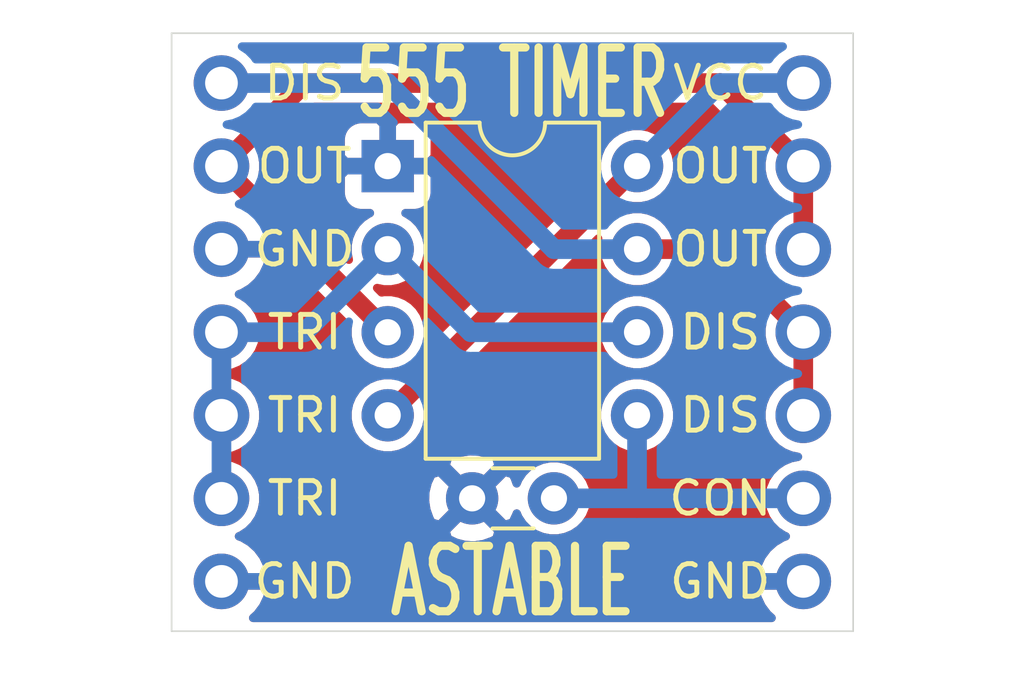
<source format=kicad_pcb>
(kicad_pcb (version 20171130) (host pcbnew "(5.1.5)-3")

  (general
    (thickness 1.6)
    (drawings 20)
    (tracks 23)
    (zones 0)
    (modules 4)
    (nets 7)
  )

  (page A4)
  (layers
    (0 F.Cu signal)
    (31 B.Cu signal)
    (32 B.Adhes user)
    (33 F.Adhes user)
    (34 B.Paste user)
    (35 F.Paste user)
    (36 B.SilkS user)
    (37 F.SilkS user)
    (38 B.Mask user)
    (39 F.Mask user)
    (40 Dwgs.User user)
    (41 Cmts.User user)
    (42 Eco1.User user)
    (43 Eco2.User user)
    (44 Edge.Cuts user)
    (45 Margin user)
    (46 B.CrtYd user)
    (47 F.CrtYd user)
    (48 B.Fab user)
    (49 F.Fab user)
  )

  (setup
    (last_trace_width 0.6)
    (trace_clearance 0.3)
    (zone_clearance 0.254)
    (zone_45_only no)
    (trace_min 0.2)
    (via_size 0.8)
    (via_drill 0.4)
    (via_min_size 0.4)
    (via_min_drill 0.3)
    (uvia_size 0.3)
    (uvia_drill 0.1)
    (uvias_allowed no)
    (uvia_min_size 0.2)
    (uvia_min_drill 0.1)
    (edge_width 0.05)
    (segment_width 0.2)
    (pcb_text_width 0.3)
    (pcb_text_size 1.5 1.5)
    (mod_edge_width 0.12)
    (mod_text_size 1 1)
    (mod_text_width 0.15)
    (pad_size 1.524 1.524)
    (pad_drill 0.762)
    (pad_to_mask_clearance 0.051)
    (solder_mask_min_width 0.25)
    (aux_axis_origin 0 0)
    (visible_elements 7FFFFFFF)
    (pcbplotparams
      (layerselection 0x010fc_ffffffff)
      (usegerberextensions false)
      (usegerberattributes false)
      (usegerberadvancedattributes false)
      (creategerberjobfile false)
      (excludeedgelayer true)
      (linewidth 0.100000)
      (plotframeref false)
      (viasonmask false)
      (mode 1)
      (useauxorigin false)
      (hpglpennumber 1)
      (hpglpenspeed 20)
      (hpglpendiameter 15.000000)
      (psnegative false)
      (psa4output false)
      (plotreference true)
      (plotvalue true)
      (plotinvisibletext false)
      (padsonsilk false)
      (subtractmaskfromsilk false)
      (outputformat 1)
      (mirror false)
      (drillshape 1)
      (scaleselection 1)
      (outputdirectory ""))
  )

  (net 0 "")
  (net 1 GND)
  (net 2 /CON)
  (net 3 /TRI)
  (net 4 /OUT)
  (net 5 /DIS)
  (net 6 VCC)

  (net_class Default "This is the default net class."
    (clearance 0.3)
    (trace_width 0.6)
    (via_dia 0.8)
    (via_drill 0.4)
    (uvia_dia 0.3)
    (uvia_drill 0.1)
    (add_net /CON)
    (add_net /DIS)
    (add_net /OUT)
    (add_net /TRI)
    (add_net GND)
    (add_net VCC)
  )

  (module Connector_PinHeader_2.54mm:PinHeader_1x07_P2.54mm_Vertical (layer B.Cu) (tedit 60F49BE9) (tstamp 60F4ED45)
    (at 111.76 76.2 180)
    (descr "Through hole straight pin header, 1x07, 2.54mm pitch, single row")
    (tags "Through hole pin header THT 1x07 2.54mm single row")
    (path /60F49FA1)
    (fp_text reference J2 (at 0 -7.62 180) (layer B.SilkS) hide
      (effects (font (size 1 1) (thickness 0.15)) (justify mirror))
    )
    (fp_text value Conn_01x07_Male (at 0 -17.78 180) (layer B.Fab)
      (effects (font (size 1 1) (thickness 0.15)) (justify mirror))
    )
    (fp_text user %R (at 0 -7.62 180) (layer B.Fab)
      (effects (font (size 1 1) (thickness 0.15)) (justify mirror))
    )
    (fp_line (start 1.8 1.8) (end -1.8 1.8) (layer B.CrtYd) (width 0.05))
    (fp_line (start 1.8 -17.05) (end 1.8 1.8) (layer B.CrtYd) (width 0.05))
    (fp_line (start -1.8 -17.05) (end 1.8 -17.05) (layer B.CrtYd) (width 0.05))
    (fp_line (start -1.8 1.8) (end -1.8 -17.05) (layer B.CrtYd) (width 0.05))
    (fp_line (start -1.27 0.635) (end -0.635 1.27) (layer B.Fab) (width 0.1))
    (fp_line (start -1.27 -16.51) (end -1.27 0.635) (layer B.Fab) (width 0.1))
    (fp_line (start 1.27 -16.51) (end -1.27 -16.51) (layer B.Fab) (width 0.1))
    (fp_line (start 1.27 1.27) (end 1.27 -16.51) (layer B.Fab) (width 0.1))
    (fp_line (start -0.635 1.27) (end 1.27 1.27) (layer B.Fab) (width 0.1))
    (pad 7 thru_hole oval (at 0 -15.24 180) (size 1.7 1.7) (drill 1) (layers *.Cu *.Mask)
      (net 1 GND))
    (pad 6 thru_hole oval (at 0 -12.7 180) (size 1.7 1.7) (drill 1) (layers *.Cu *.Mask)
      (net 2 /CON))
    (pad 5 thru_hole oval (at 0 -10.16 180) (size 1.7 1.7) (drill 1) (layers *.Cu *.Mask)
      (net 5 /DIS))
    (pad 4 thru_hole oval (at 0 -7.62 180) (size 1.7 1.7) (drill 1) (layers *.Cu *.Mask)
      (net 5 /DIS))
    (pad 3 thru_hole oval (at 0 -5.08 180) (size 1.7 1.7) (drill 1) (layers *.Cu *.Mask)
      (net 4 /OUT))
    (pad 2 thru_hole oval (at 0 -2.54 180) (size 1.7 1.7) (drill 1) (layers *.Cu *.Mask)
      (net 4 /OUT))
    (pad 1 thru_hole circle (at 0 0 180) (size 1.7 1.7) (drill 1) (layers *.Cu *.Mask)
      (net 6 VCC))
    (model ${KISYS3DMOD}/Connector_PinHeader_2.54mm.3dshapes/PinHeader_1x07_P2.54mm_Vertical.wrl
      (at (xyz 0 0 0))
      (scale (xyz 1 1 1))
      (rotate (xyz 0 0 0))
    )
  )

  (module Connector_PinHeader_2.54mm:PinHeader_1x07_P2.54mm_Vertical (layer B.Cu) (tedit 60F49BD4) (tstamp 60F4ED2A)
    (at 93.98 76.2 180)
    (descr "Through hole straight pin header, 1x07, 2.54mm pitch, single row")
    (tags "Through hole pin header THT 1x07 2.54mm single row")
    (path /60F4ADAF)
    (fp_text reference J1 (at 0 -7.62 180) (layer B.SilkS) hide
      (effects (font (size 1 1) (thickness 0.15)) (justify mirror))
    )
    (fp_text value Conn_01x07_Male (at 0 -17.78 180) (layer B.Fab)
      (effects (font (size 1 1) (thickness 0.15)) (justify mirror))
    )
    (fp_text user %R (at 0 -7.62 180) (layer B.Fab)
      (effects (font (size 1 1) (thickness 0.15)) (justify mirror))
    )
    (fp_line (start 1.8 1.8) (end -1.8 1.8) (layer B.CrtYd) (width 0.05))
    (fp_line (start 1.8 -17.05) (end 1.8 1.8) (layer B.CrtYd) (width 0.05))
    (fp_line (start -1.8 -17.05) (end 1.8 -17.05) (layer B.CrtYd) (width 0.05))
    (fp_line (start -1.8 1.8) (end -1.8 -17.05) (layer B.CrtYd) (width 0.05))
    (fp_line (start -1.27 0.635) (end -0.635 1.27) (layer B.Fab) (width 0.1))
    (fp_line (start -1.27 -16.51) (end -1.27 0.635) (layer B.Fab) (width 0.1))
    (fp_line (start 1.27 -16.51) (end -1.27 -16.51) (layer B.Fab) (width 0.1))
    (fp_line (start 1.27 1.27) (end 1.27 -16.51) (layer B.Fab) (width 0.1))
    (fp_line (start -0.635 1.27) (end 1.27 1.27) (layer B.Fab) (width 0.1))
    (pad 7 thru_hole oval (at 0 -15.24 180) (size 1.7 1.7) (drill 1) (layers *.Cu *.Mask)
      (net 1 GND))
    (pad 6 thru_hole oval (at 0 -12.7 180) (size 1.7 1.7) (drill 1) (layers *.Cu *.Mask)
      (net 3 /TRI))
    (pad 5 thru_hole oval (at 0 -10.16 180) (size 1.7 1.7) (drill 1) (layers *.Cu *.Mask)
      (net 3 /TRI))
    (pad 4 thru_hole oval (at 0 -7.62 180) (size 1.7 1.7) (drill 1) (layers *.Cu *.Mask)
      (net 3 /TRI))
    (pad 3 thru_hole oval (at 0 -5.08 180) (size 1.7 1.7) (drill 1) (layers *.Cu *.Mask)
      (net 1 GND))
    (pad 2 thru_hole oval (at 0 -2.54 180) (size 1.7 1.7) (drill 1) (layers *.Cu *.Mask)
      (net 4 /OUT))
    (pad 1 thru_hole circle (at 0 0 180) (size 1.7 1.7) (drill 1) (layers *.Cu *.Mask)
      (net 5 /DIS))
    (model ${KISYS3DMOD}/Connector_PinHeader_2.54mm.3dshapes/PinHeader_1x07_P2.54mm_Vertical.wrl
      (at (xyz 0 0 0))
      (scale (xyz 1 1 1))
      (rotate (xyz 0 0 0))
    )
  )

  (module Capacitor_THT:C_Disc_D3.0mm_W1.6mm_P2.50mm (layer F.Cu) (tedit 60F49869) (tstamp 60F4ED0F)
    (at 104.14 88.9 180)
    (descr "C, Disc series, Radial, pin pitch=2.50mm, , diameter*width=3.0*1.6mm^2, Capacitor, http://www.vishay.com/docs/45233/krseries.pdf")
    (tags "C Disc series Radial pin pitch 2.50mm  diameter 3.0mm width 1.6mm Capacitor")
    (path /60F4977E)
    (fp_text reference C1 (at 1.25 0 180) (layer F.SilkS) hide
      (effects (font (size 1 1) (thickness 0.15)))
    )
    (fp_text value "10 nF" (at 1.25 -2.54 180) (layer F.Fab)
      (effects (font (size 1 1) (thickness 0.15)))
    )
    (fp_text user %R (at 1.25 0 180) (layer F.Fab)
      (effects (font (size 1 1) (thickness 0.15)))
    )
    (fp_line (start 3.55 -1) (end -1.05 -1) (layer F.CrtYd) (width 0.05))
    (fp_line (start 3.55 1) (end 3.55 -1) (layer F.CrtYd) (width 0.05))
    (fp_line (start -1.05 1) (end 3.55 1) (layer F.CrtYd) (width 0.05))
    (fp_line (start -1.05 -1) (end -1.05 1) (layer F.CrtYd) (width 0.05))
    (fp_line (start 0.621 0.92) (end 1.879 0.92) (layer F.SilkS) (width 0.12))
    (fp_line (start 0.621 -0.92) (end 1.879 -0.92) (layer F.SilkS) (width 0.12))
    (fp_line (start 2.75 -0.8) (end -0.25 -0.8) (layer F.Fab) (width 0.1))
    (fp_line (start 2.75 0.8) (end 2.75 -0.8) (layer F.Fab) (width 0.1))
    (fp_line (start -0.25 0.8) (end 2.75 0.8) (layer F.Fab) (width 0.1))
    (fp_line (start -0.25 -0.8) (end -0.25 0.8) (layer F.Fab) (width 0.1))
    (pad 2 thru_hole circle (at 2.5 0 180) (size 1.6 1.6) (drill 0.8) (layers *.Cu *.Mask)
      (net 1 GND))
    (pad 1 thru_hole circle (at 0 0 180) (size 1.6 1.6) (drill 0.8) (layers *.Cu *.Mask)
      (net 2 /CON))
    (model ${KISYS3DMOD}/Capacitor_THT.3dshapes/C_Disc_D3.0mm_W1.6mm_P2.50mm.wrl
      (at (xyz 0 0 0))
      (scale (xyz 1 1 1))
      (rotate (xyz 0 0 0))
    )
  )

  (module Package_DIP:DIP-8_W7.62mm (layer F.Cu) (tedit 5A02E8C5) (tstamp 60F4ED61)
    (at 99.06 78.74)
    (descr "8-lead though-hole mounted DIP package, row spacing 7.62 mm (300 mils)")
    (tags "THT DIP DIL PDIP 2.54mm 7.62mm 300mil")
    (path /60F48E6F)
    (fp_text reference U1 (at 3.81 4.064) (layer F.SilkS) hide
      (effects (font (size 1 1) (thickness 0.15)))
    )
    (fp_text value NE555P (at 3.81 -2.54) (layer F.Fab)
      (effects (font (size 1 1) (thickness 0.15)))
    )
    (fp_text user %R (at 3.81 4.064) (layer F.Fab)
      (effects (font (size 1 1) (thickness 0.15)))
    )
    (fp_line (start 8.7 -1.55) (end -1.1 -1.55) (layer F.CrtYd) (width 0.05))
    (fp_line (start 8.7 9.15) (end 8.7 -1.55) (layer F.CrtYd) (width 0.05))
    (fp_line (start -1.1 9.15) (end 8.7 9.15) (layer F.CrtYd) (width 0.05))
    (fp_line (start -1.1 -1.55) (end -1.1 9.15) (layer F.CrtYd) (width 0.05))
    (fp_line (start 6.46 -1.33) (end 4.81 -1.33) (layer F.SilkS) (width 0.12))
    (fp_line (start 6.46 8.95) (end 6.46 -1.33) (layer F.SilkS) (width 0.12))
    (fp_line (start 1.16 8.95) (end 6.46 8.95) (layer F.SilkS) (width 0.12))
    (fp_line (start 1.16 -1.33) (end 1.16 8.95) (layer F.SilkS) (width 0.12))
    (fp_line (start 2.81 -1.33) (end 1.16 -1.33) (layer F.SilkS) (width 0.12))
    (fp_line (start 0.635 -0.27) (end 1.635 -1.27) (layer F.Fab) (width 0.1))
    (fp_line (start 0.635 8.89) (end 0.635 -0.27) (layer F.Fab) (width 0.1))
    (fp_line (start 6.985 8.89) (end 0.635 8.89) (layer F.Fab) (width 0.1))
    (fp_line (start 6.985 -1.27) (end 6.985 8.89) (layer F.Fab) (width 0.1))
    (fp_line (start 1.635 -1.27) (end 6.985 -1.27) (layer F.Fab) (width 0.1))
    (fp_arc (start 3.81 -1.33) (end 2.81 -1.33) (angle -180) (layer F.SilkS) (width 0.12))
    (pad 8 thru_hole oval (at 7.62 0) (size 1.6 1.6) (drill 0.8) (layers *.Cu *.Mask)
      (net 6 VCC))
    (pad 4 thru_hole oval (at 0 7.62) (size 1.6 1.6) (drill 0.8) (layers *.Cu *.Mask)
      (net 6 VCC))
    (pad 7 thru_hole oval (at 7.62 2.54) (size 1.6 1.6) (drill 0.8) (layers *.Cu *.Mask)
      (net 5 /DIS))
    (pad 3 thru_hole oval (at 0 5.08) (size 1.6 1.6) (drill 0.8) (layers *.Cu *.Mask)
      (net 4 /OUT))
    (pad 6 thru_hole oval (at 7.62 5.08) (size 1.6 1.6) (drill 0.8) (layers *.Cu *.Mask)
      (net 3 /TRI))
    (pad 2 thru_hole oval (at 0 2.54) (size 1.6 1.6) (drill 0.8) (layers *.Cu *.Mask)
      (net 3 /TRI))
    (pad 5 thru_hole oval (at 7.62 7.62) (size 1.6 1.6) (drill 0.8) (layers *.Cu *.Mask)
      (net 2 /CON))
    (pad 1 thru_hole rect (at 0 0) (size 1.6 1.6) (drill 0.8) (layers *.Cu *.Mask)
      (net 1 GND))
    (model ${KISYS3DMOD}/Package_DIP.3dshapes/DIP-8_W7.62mm.wrl
      (at (xyz 0 0 0))
      (scale (xyz 1 1 1))
      (rotate (xyz 0 0 0))
    )
  )

  (gr_text ASTABLE (at 102.87 91.44) (layer F.SilkS) (tstamp 60F4F6B2)
    (effects (font (size 2 1.2) (thickness 0.25)))
  )
  (gr_text "555 TIMER" (at 102.87 76.2) (layer F.SilkS)
    (effects (font (size 2 1.2) (thickness 0.25)))
  )
  (gr_text VCC (at 109.22 76.2) (layer F.SilkS) (tstamp 60F4F526)
    (effects (font (size 1 1) (thickness 0.15)))
  )
  (gr_text CON (at 109.22 88.9) (layer F.SilkS) (tstamp 60F4F523)
    (effects (font (size 1 1) (thickness 0.15)))
  )
  (gr_text TRI (at 96.52 88.9) (layer F.SilkS) (tstamp 60F4F521)
    (effects (font (size 1 1) (thickness 0.15)))
  )
  (gr_text TRI (at 96.52 86.36) (layer F.SilkS) (tstamp 60F4F51F)
    (effects (font (size 1 1) (thickness 0.15)))
  )
  (gr_text TRI (at 96.52 83.82) (layer F.SilkS) (tstamp 60F4F51C)
    (effects (font (size 1 1) (thickness 0.15)))
  )
  (gr_text GND (at 96.52 91.44) (layer F.SilkS) (tstamp 60F4F51A)
    (effects (font (size 1 1) (thickness 0.15)))
  )
  (gr_text GND (at 109.22 91.44) (layer F.SilkS) (tstamp 60F4F518)
    (effects (font (size 1 1) (thickness 0.15)))
  )
  (gr_text GND (at 96.52 81.28) (layer F.SilkS) (tstamp 60F4F515)
    (effects (font (size 1 1) (thickness 0.15)))
  )
  (gr_text OUT (at 109.22 81.28) (layer F.SilkS) (tstamp 60F4F513)
    (effects (font (size 1 1) (thickness 0.15)))
  )
  (gr_text OUT (at 109.22 78.74) (layer F.SilkS) (tstamp 60F4F511)
    (effects (font (size 1 1) (thickness 0.15)))
  )
  (gr_text OUT (at 96.52 78.74) (layer F.SilkS) (tstamp 60F4F50E)
    (effects (font (size 1 1) (thickness 0.15)))
  )
  (gr_text DIS (at 109.22 86.36) (layer F.SilkS) (tstamp 60F4F50C)
    (effects (font (size 1 1) (thickness 0.15)))
  )
  (gr_text DIS (at 109.22 83.82) (layer F.SilkS) (tstamp 60F4F50A)
    (effects (font (size 1 1) (thickness 0.15)))
  )
  (gr_text DIS (at 96.52 76.2) (layer F.SilkS)
    (effects (font (size 1 1) (thickness 0.15)))
  )
  (gr_line (start 92.456 92.964) (end 92.456 74.676) (layer Edge.Cuts) (width 0.05) (tstamp 60F4EF76))
  (gr_line (start 113.284 92.964) (end 92.456 92.964) (layer Edge.Cuts) (width 0.05))
  (gr_line (start 113.284 74.676) (end 113.284 92.964) (layer Edge.Cuts) (width 0.05))
  (gr_line (start 92.456 74.676) (end 113.284 74.676) (layer Edge.Cuts) (width 0.05))

  (segment (start 111.76 88.9) (end 106.68 88.9) (width 0.6) (layer B.Cu) (net 2))
  (segment (start 106.68 86.36) (end 106.68 88.9) (width 0.6) (layer B.Cu) (net 2))
  (segment (start 106.68 88.9) (end 104.14 88.9) (width 0.6) (layer B.Cu) (net 2))
  (segment (start 101.6 83.82) (end 99.06 81.28) (width 0.6) (layer B.Cu) (net 3))
  (segment (start 106.68 83.82) (end 101.6 83.82) (width 0.6) (layer B.Cu) (net 3))
  (segment (start 99.06 81.28) (end 96.52 83.82) (width 0.6) (layer B.Cu) (net 3))
  (segment (start 96.52 83.82) (end 93.98 83.82) (width 0.6) (layer B.Cu) (net 3))
  (segment (start 93.98 83.82) (end 93.98 86.36) (width 0.6) (layer B.Cu) (net 3))
  (segment (start 93.98 86.36) (end 93.98 88.9) (width 0.6) (layer B.Cu) (net 3))
  (segment (start 111.76 81.28) (end 111.76 78.74) (width 0.6) (layer F.Cu) (net 4))
  (segment (start 111.76 78.74) (end 109.22 76.2) (width 0.6) (layer F.Cu) (net 4))
  (segment (start 109.22 76.2) (end 96.52 76.2) (width 0.6) (layer F.Cu) (net 4))
  (segment (start 96.52 76.2) (end 93.98 78.74) (width 0.6) (layer F.Cu) (net 4))
  (segment (start 93.98 78.74) (end 99.06 83.82) (width 0.6) (layer F.Cu) (net 4))
  (segment (start 109.22 81.28) (end 111.76 83.82) (width 0.6) (layer F.Cu) (net 5))
  (segment (start 106.68 81.28) (end 109.22 81.28) (width 0.6) (layer F.Cu) (net 5))
  (segment (start 111.76 83.82) (end 111.76 86.36) (width 0.6) (layer F.Cu) (net 5))
  (segment (start 106.68 81.28) (end 104.14 81.28) (width 0.6) (layer B.Cu) (net 5))
  (segment (start 104.14 81.28) (end 99.06 76.2) (width 0.6) (layer B.Cu) (net 5))
  (segment (start 99.06 76.2) (end 93.98 76.2) (width 0.6) (layer B.Cu) (net 5))
  (segment (start 99.06 86.36) (end 106.68 78.74) (width 0.6) (layer F.Cu) (net 6))
  (segment (start 109.22 76.2) (end 106.68 78.74) (width 0.6) (layer B.Cu) (net 6))
  (segment (start 111.76 76.2) (end 109.22 76.2) (width 0.6) (layer B.Cu) (net 6))

  (zone (net 1) (net_name GND) (layer F.Cu) (tstamp 60F4FFA7) (hatch edge 0.508)
    (connect_pads (clearance 0.254))
    (min_thickness 0.254)
    (fill yes (arc_segments 32) (thermal_gap 0.508) (thermal_bridge_width 0.508))
    (polygon
      (pts
        (xy 114.3 93.98) (xy 91.44 93.98) (xy 91.44 73.66) (xy 114.3 73.66)
      )
    )
    (filled_polygon
      (pts
        (xy 105.453 81.159151) (xy 105.453 81.400849) (xy 105.500153 81.637903) (xy 105.592647 81.861202) (xy 105.726927 82.062167)
        (xy 105.897833 82.233073) (xy 106.098798 82.367353) (xy 106.322097 82.459847) (xy 106.559151 82.507) (xy 106.800849 82.507)
        (xy 107.037903 82.459847) (xy 107.261202 82.367353) (xy 107.462167 82.233073) (xy 107.633073 82.062167) (xy 107.669934 82.007)
        (xy 108.918868 82.007) (xy 110.503422 83.591555) (xy 110.483 83.694226) (xy 110.483 83.945774) (xy 110.532074 84.192487)
        (xy 110.628337 84.424886) (xy 110.768089 84.63404) (xy 110.94596 84.811911) (xy 111.033 84.870069) (xy 111.033001 85.30993)
        (xy 110.94596 85.368089) (xy 110.768089 85.54596) (xy 110.628337 85.755114) (xy 110.532074 85.987513) (xy 110.483 86.234226)
        (xy 110.483 86.485774) (xy 110.532074 86.732487) (xy 110.628337 86.964886) (xy 110.768089 87.17404) (xy 110.94596 87.351911)
        (xy 111.155114 87.491663) (xy 111.387513 87.587926) (xy 111.599034 87.63) (xy 111.387513 87.672074) (xy 111.155114 87.768337)
        (xy 110.94596 87.908089) (xy 110.768089 88.08596) (xy 110.628337 88.295114) (xy 110.532074 88.527513) (xy 110.483 88.774226)
        (xy 110.483 89.025774) (xy 110.532074 89.272487) (xy 110.628337 89.504886) (xy 110.768089 89.71404) (xy 110.94596 89.891911)
        (xy 111.155114 90.031663) (xy 111.226416 90.061197) (xy 111.128748 90.095843) (xy 110.878645 90.244822) (xy 110.662412 90.439731)
        (xy 110.488359 90.67308) (xy 110.363175 90.935901) (xy 110.318524 91.08311) (xy 110.439845 91.313) (xy 111.633 91.313)
        (xy 111.633 91.293) (xy 111.887 91.293) (xy 111.887 91.313) (xy 111.907 91.313) (xy 111.907 91.567)
        (xy 111.887 91.567) (xy 111.887 91.587) (xy 111.633 91.587) (xy 111.633 91.567) (xy 110.439845 91.567)
        (xy 110.318524 91.79689) (xy 110.363175 91.944099) (xy 110.488359 92.20692) (xy 110.662412 92.440269) (xy 110.793023 92.558)
        (xy 94.946977 92.558) (xy 95.077588 92.440269) (xy 95.251641 92.20692) (xy 95.376825 91.944099) (xy 95.421476 91.79689)
        (xy 95.300155 91.567) (xy 94.107 91.567) (xy 94.107 91.587) (xy 93.853 91.587) (xy 93.853 91.567)
        (xy 93.833 91.567) (xy 93.833 91.313) (xy 93.853 91.313) (xy 93.853 91.293) (xy 94.107 91.293)
        (xy 94.107 91.313) (xy 95.300155 91.313) (xy 95.421476 91.08311) (xy 95.376825 90.935901) (xy 95.251641 90.67308)
        (xy 95.077588 90.439731) (xy 94.861355 90.244822) (xy 94.611252 90.095843) (xy 94.513584 90.061197) (xy 94.584886 90.031663)
        (xy 94.792856 89.892702) (xy 100.826903 89.892702) (xy 100.898486 90.136671) (xy 101.153996 90.257571) (xy 101.428184 90.3263)
        (xy 101.710512 90.340217) (xy 101.99013 90.298787) (xy 102.256292 90.203603) (xy 102.381514 90.136671) (xy 102.453097 89.892702)
        (xy 101.64 89.079605) (xy 100.826903 89.892702) (xy 94.792856 89.892702) (xy 94.79404 89.891911) (xy 94.971911 89.71404)
        (xy 95.111663 89.504886) (xy 95.207926 89.272487) (xy 95.257 89.025774) (xy 95.257 88.970512) (xy 100.199783 88.970512)
        (xy 100.241213 89.25013) (xy 100.336397 89.516292) (xy 100.403329 89.641514) (xy 100.647298 89.713097) (xy 101.460395 88.9)
        (xy 101.819605 88.9) (xy 102.632702 89.713097) (xy 102.876671 89.641514) (xy 102.997571 89.386004) (xy 103.003469 89.362476)
        (xy 103.052647 89.481202) (xy 103.186927 89.682167) (xy 103.357833 89.853073) (xy 103.558798 89.987353) (xy 103.782097 90.079847)
        (xy 104.019151 90.127) (xy 104.260849 90.127) (xy 104.497903 90.079847) (xy 104.721202 89.987353) (xy 104.922167 89.853073)
        (xy 105.093073 89.682167) (xy 105.227353 89.481202) (xy 105.319847 89.257903) (xy 105.367 89.020849) (xy 105.367 88.779151)
        (xy 105.319847 88.542097) (xy 105.227353 88.318798) (xy 105.093073 88.117833) (xy 104.922167 87.946927) (xy 104.721202 87.812647)
        (xy 104.497903 87.720153) (xy 104.260849 87.673) (xy 104.019151 87.673) (xy 103.782097 87.720153) (xy 103.558798 87.812647)
        (xy 103.357833 87.946927) (xy 103.186927 88.117833) (xy 103.052647 88.318798) (xy 103.000861 88.443819) (xy 102.943603 88.283708)
        (xy 102.876671 88.158486) (xy 102.632702 88.086903) (xy 101.819605 88.9) (xy 101.460395 88.9) (xy 100.647298 88.086903)
        (xy 100.403329 88.158486) (xy 100.282429 88.413996) (xy 100.2137 88.688184) (xy 100.199783 88.970512) (xy 95.257 88.970512)
        (xy 95.257 88.774226) (xy 95.207926 88.527513) (xy 95.111663 88.295114) (xy 94.971911 88.08596) (xy 94.79404 87.908089)
        (xy 94.792857 87.907298) (xy 100.826903 87.907298) (xy 101.64 88.720395) (xy 102.453097 87.907298) (xy 102.381514 87.663329)
        (xy 102.126004 87.542429) (xy 101.851816 87.4737) (xy 101.569488 87.459783) (xy 101.28987 87.501213) (xy 101.023708 87.596397)
        (xy 100.898486 87.663329) (xy 100.826903 87.907298) (xy 94.792857 87.907298) (xy 94.584886 87.768337) (xy 94.352487 87.672074)
        (xy 94.140966 87.63) (xy 94.352487 87.587926) (xy 94.584886 87.491663) (xy 94.79404 87.351911) (xy 94.971911 87.17404)
        (xy 95.111663 86.964886) (xy 95.207926 86.732487) (xy 95.257 86.485774) (xy 95.257 86.234226) (xy 95.207926 85.987513)
        (xy 95.111663 85.755114) (xy 94.971911 85.54596) (xy 94.79404 85.368089) (xy 94.584886 85.228337) (xy 94.352487 85.132074)
        (xy 94.140966 85.09) (xy 94.352487 85.047926) (xy 94.584886 84.951663) (xy 94.79404 84.811911) (xy 94.971911 84.63404)
        (xy 95.111663 84.424886) (xy 95.207926 84.192487) (xy 95.257 83.945774) (xy 95.257 83.694226) (xy 95.207926 83.447513)
        (xy 95.111663 83.215114) (xy 94.971911 83.00596) (xy 94.79404 82.828089) (xy 94.584886 82.688337) (xy 94.513584 82.658803)
        (xy 94.611252 82.624157) (xy 94.861355 82.475178) (xy 95.077588 82.280269) (xy 95.251641 82.04692) (xy 95.376825 81.784099)
        (xy 95.421476 81.63689) (xy 95.300155 81.407) (xy 94.107 81.407) (xy 94.107 81.427) (xy 93.853 81.427)
        (xy 93.853 81.407) (xy 93.833 81.407) (xy 93.833 81.153) (xy 93.853 81.153) (xy 93.853 81.133)
        (xy 94.107 81.133) (xy 94.107 81.153) (xy 95.300155 81.153) (xy 95.322509 81.110642) (xy 97.845944 83.634078)
        (xy 97.833 83.699151) (xy 97.833 83.940849) (xy 97.880153 84.177903) (xy 97.972647 84.401202) (xy 98.106927 84.602167)
        (xy 98.277833 84.773073) (xy 98.478798 84.907353) (xy 98.702097 84.999847) (xy 98.939151 85.047) (xy 99.180849 85.047)
        (xy 99.385594 85.006274) (xy 99.245924 85.145944) (xy 99.180849 85.133) (xy 98.939151 85.133) (xy 98.702097 85.180153)
        (xy 98.478798 85.272647) (xy 98.277833 85.406927) (xy 98.106927 85.577833) (xy 97.972647 85.778798) (xy 97.880153 86.002097)
        (xy 97.833 86.239151) (xy 97.833 86.480849) (xy 97.880153 86.717903) (xy 97.972647 86.941202) (xy 98.106927 87.142167)
        (xy 98.277833 87.313073) (xy 98.478798 87.447353) (xy 98.702097 87.539847) (xy 98.939151 87.587) (xy 99.180849 87.587)
        (xy 99.417903 87.539847) (xy 99.641202 87.447353) (xy 99.842167 87.313073) (xy 100.013073 87.142167) (xy 100.147353 86.941202)
        (xy 100.239847 86.717903) (xy 100.287 86.480849) (xy 100.287 86.239151) (xy 105.453 86.239151) (xy 105.453 86.480849)
        (xy 105.500153 86.717903) (xy 105.592647 86.941202) (xy 105.726927 87.142167) (xy 105.897833 87.313073) (xy 106.098798 87.447353)
        (xy 106.322097 87.539847) (xy 106.559151 87.587) (xy 106.800849 87.587) (xy 107.037903 87.539847) (xy 107.261202 87.447353)
        (xy 107.462167 87.313073) (xy 107.633073 87.142167) (xy 107.767353 86.941202) (xy 107.859847 86.717903) (xy 107.907 86.480849)
        (xy 107.907 86.239151) (xy 107.859847 86.002097) (xy 107.767353 85.778798) (xy 107.633073 85.577833) (xy 107.462167 85.406927)
        (xy 107.261202 85.272647) (xy 107.037903 85.180153) (xy 106.800849 85.133) (xy 106.559151 85.133) (xy 106.322097 85.180153)
        (xy 106.098798 85.272647) (xy 105.897833 85.406927) (xy 105.726927 85.577833) (xy 105.592647 85.778798) (xy 105.500153 86.002097)
        (xy 105.453 86.239151) (xy 100.287 86.239151) (xy 100.274056 86.174076) (xy 102.748981 83.699151) (xy 105.453 83.699151)
        (xy 105.453 83.940849) (xy 105.500153 84.177903) (xy 105.592647 84.401202) (xy 105.726927 84.602167) (xy 105.897833 84.773073)
        (xy 106.098798 84.907353) (xy 106.322097 84.999847) (xy 106.559151 85.047) (xy 106.800849 85.047) (xy 107.037903 84.999847)
        (xy 107.261202 84.907353) (xy 107.462167 84.773073) (xy 107.633073 84.602167) (xy 107.767353 84.401202) (xy 107.859847 84.177903)
        (xy 107.907 83.940849) (xy 107.907 83.699151) (xy 107.859847 83.462097) (xy 107.767353 83.238798) (xy 107.633073 83.037833)
        (xy 107.462167 82.866927) (xy 107.261202 82.732647) (xy 107.037903 82.640153) (xy 106.800849 82.593) (xy 106.559151 82.593)
        (xy 106.322097 82.640153) (xy 106.098798 82.732647) (xy 105.897833 82.866927) (xy 105.726927 83.037833) (xy 105.592647 83.238798)
        (xy 105.500153 83.462097) (xy 105.453 83.699151) (xy 102.748981 83.699151) (xy 105.493726 80.954407)
      )
    )
    (filled_polygon
      (pts
        (xy 110.503422 78.511555) (xy 110.483 78.614226) (xy 110.483 78.865774) (xy 110.532074 79.112487) (xy 110.628337 79.344886)
        (xy 110.768089 79.55404) (xy 110.94596 79.731911) (xy 111.033001 79.79007) (xy 111.033 80.229931) (xy 110.94596 80.288089)
        (xy 110.768089 80.46596) (xy 110.628337 80.675114) (xy 110.532074 80.907513) (xy 110.483 81.154226) (xy 110.483 81.405774)
        (xy 110.510088 81.541956) (xy 109.759326 80.791194) (xy 109.736554 80.763446) (xy 109.625853 80.672597) (xy 109.499557 80.60509)
        (xy 109.362517 80.56352) (xy 109.255708 80.553) (xy 109.22 80.549483) (xy 109.184292 80.553) (xy 107.669934 80.553)
        (xy 107.633073 80.497833) (xy 107.462167 80.326927) (xy 107.261202 80.192647) (xy 107.037903 80.100153) (xy 106.800849 80.053)
        (xy 106.559151 80.053) (xy 106.354407 80.093726) (xy 106.494077 79.954056) (xy 106.559151 79.967) (xy 106.800849 79.967)
        (xy 107.037903 79.919847) (xy 107.261202 79.827353) (xy 107.462167 79.693073) (xy 107.633073 79.522167) (xy 107.767353 79.321202)
        (xy 107.859847 79.097903) (xy 107.907 78.860849) (xy 107.907 78.619151) (xy 107.859847 78.382097) (xy 107.767353 78.158798)
        (xy 107.633073 77.957833) (xy 107.462167 77.786927) (xy 107.261202 77.652647) (xy 107.037903 77.560153) (xy 106.800849 77.513)
        (xy 106.559151 77.513) (xy 106.322097 77.560153) (xy 106.098798 77.652647) (xy 105.897833 77.786927) (xy 105.726927 77.957833)
        (xy 105.592647 78.158798) (xy 105.500153 78.382097) (xy 105.453 78.619151) (xy 105.453 78.860849) (xy 105.465944 78.925923)
        (xy 100.246274 84.145594) (xy 100.287 83.940849) (xy 100.287 83.699151) (xy 100.239847 83.462097) (xy 100.147353 83.238798)
        (xy 100.013073 83.037833) (xy 99.842167 82.866927) (xy 99.641202 82.732647) (xy 99.417903 82.640153) (xy 99.180849 82.593)
        (xy 98.939151 82.593) (xy 98.874078 82.605944) (xy 98.734408 82.466274) (xy 98.939151 82.507) (xy 99.180849 82.507)
        (xy 99.417903 82.459847) (xy 99.641202 82.367353) (xy 99.842167 82.233073) (xy 100.013073 82.062167) (xy 100.147353 81.861202)
        (xy 100.239847 81.637903) (xy 100.287 81.400849) (xy 100.287 81.159151) (xy 100.239847 80.922097) (xy 100.147353 80.698798)
        (xy 100.013073 80.497833) (xy 99.842167 80.326927) (xy 99.641202 80.192647) (xy 99.602299 80.176533) (xy 99.86 80.178072)
        (xy 99.984482 80.165812) (xy 100.10418 80.129502) (xy 100.214494 80.070537) (xy 100.311185 79.991185) (xy 100.390537 79.894494)
        (xy 100.449502 79.78418) (xy 100.485812 79.664482) (xy 100.498072 79.54) (xy 100.495 79.02575) (xy 100.33625 78.867)
        (xy 99.187 78.867) (xy 99.187 78.887) (xy 98.933 78.887) (xy 98.933 78.867) (xy 97.78375 78.867)
        (xy 97.625 79.02575) (xy 97.621928 79.54) (xy 97.634188 79.664482) (xy 97.670498 79.78418) (xy 97.729463 79.894494)
        (xy 97.808815 79.991185) (xy 97.905506 80.070537) (xy 98.01582 80.129502) (xy 98.135518 80.165812) (xy 98.26 80.178072)
        (xy 98.517701 80.176533) (xy 98.478798 80.192647) (xy 98.277833 80.326927) (xy 98.106927 80.497833) (xy 97.972647 80.698798)
        (xy 97.880153 80.922097) (xy 97.833 81.159151) (xy 97.833 81.400849) (xy 97.873726 81.605593) (xy 95.236578 78.968445)
        (xy 95.257 78.865774) (xy 95.257 78.614226) (xy 95.236578 78.511555) (xy 95.808133 77.94) (xy 97.621928 77.94)
        (xy 97.625 78.45425) (xy 97.78375 78.613) (xy 98.933 78.613) (xy 98.933 77.46375) (xy 99.187 77.46375)
        (xy 99.187 78.613) (xy 100.33625 78.613) (xy 100.495 78.45425) (xy 100.498072 77.94) (xy 100.485812 77.815518)
        (xy 100.449502 77.69582) (xy 100.390537 77.585506) (xy 100.311185 77.488815) (xy 100.214494 77.409463) (xy 100.10418 77.350498)
        (xy 99.984482 77.314188) (xy 99.86 77.301928) (xy 99.34575 77.305) (xy 99.187 77.46375) (xy 98.933 77.46375)
        (xy 98.77425 77.305) (xy 98.26 77.301928) (xy 98.135518 77.314188) (xy 98.01582 77.350498) (xy 97.905506 77.409463)
        (xy 97.808815 77.488815) (xy 97.729463 77.585506) (xy 97.670498 77.69582) (xy 97.634188 77.815518) (xy 97.621928 77.94)
        (xy 95.808133 77.94) (xy 96.821133 76.927) (xy 108.918868 76.927)
      )
    )
  )
  (zone (net 1) (net_name GND) (layer B.Cu) (tstamp 60F4FFA4) (hatch edge 0.508)
    (connect_pads (clearance 0.254))
    (min_thickness 0.254)
    (fill yes (arc_segments 32) (thermal_gap 0.508) (thermal_bridge_width 0.508))
    (polygon
      (pts
        (xy 114.3 93.98) (xy 91.44 93.98) (xy 91.44 73.66) (xy 114.3 73.66)
      )
    )
    (filled_polygon
      (pts
        (xy 110.94596 75.208089) (xy 110.768089 75.38596) (xy 110.709931 75.473) (xy 109.255705 75.473) (xy 109.219999 75.469483)
        (xy 109.184294 75.473) (xy 109.184292 75.473) (xy 109.077483 75.48352) (xy 108.940443 75.52509) (xy 108.814147 75.592597)
        (xy 108.703446 75.683446) (xy 108.680679 75.711188) (xy 106.865924 77.525944) (xy 106.800849 77.513) (xy 106.559151 77.513)
        (xy 106.322097 77.560153) (xy 106.098798 77.652647) (xy 105.897833 77.786927) (xy 105.726927 77.957833) (xy 105.592647 78.158798)
        (xy 105.500153 78.382097) (xy 105.453 78.619151) (xy 105.453 78.860849) (xy 105.500153 79.097903) (xy 105.592647 79.321202)
        (xy 105.726927 79.522167) (xy 105.897833 79.693073) (xy 106.098798 79.827353) (xy 106.322097 79.919847) (xy 106.559151 79.967)
        (xy 106.800849 79.967) (xy 107.037903 79.919847) (xy 107.261202 79.827353) (xy 107.462167 79.693073) (xy 107.633073 79.522167)
        (xy 107.767353 79.321202) (xy 107.859847 79.097903) (xy 107.907 78.860849) (xy 107.907 78.619151) (xy 107.894056 78.554076)
        (xy 109.521133 76.927) (xy 110.709931 76.927) (xy 110.768089 77.01404) (xy 110.94596 77.191911) (xy 111.155114 77.331663)
        (xy 111.387513 77.427926) (xy 111.599034 77.47) (xy 111.387513 77.512074) (xy 111.155114 77.608337) (xy 110.94596 77.748089)
        (xy 110.768089 77.92596) (xy 110.628337 78.135114) (xy 110.532074 78.367513) (xy 110.483 78.614226) (xy 110.483 78.865774)
        (xy 110.532074 79.112487) (xy 110.628337 79.344886) (xy 110.768089 79.55404) (xy 110.94596 79.731911) (xy 111.155114 79.871663)
        (xy 111.387513 79.967926) (xy 111.599034 80.01) (xy 111.387513 80.052074) (xy 111.155114 80.148337) (xy 110.94596 80.288089)
        (xy 110.768089 80.46596) (xy 110.628337 80.675114) (xy 110.532074 80.907513) (xy 110.483 81.154226) (xy 110.483 81.405774)
        (xy 110.532074 81.652487) (xy 110.628337 81.884886) (xy 110.768089 82.09404) (xy 110.94596 82.271911) (xy 111.155114 82.411663)
        (xy 111.387513 82.507926) (xy 111.599034 82.55) (xy 111.387513 82.592074) (xy 111.155114 82.688337) (xy 110.94596 82.828089)
        (xy 110.768089 83.00596) (xy 110.628337 83.215114) (xy 110.532074 83.447513) (xy 110.483 83.694226) (xy 110.483 83.945774)
        (xy 110.532074 84.192487) (xy 110.628337 84.424886) (xy 110.768089 84.63404) (xy 110.94596 84.811911) (xy 111.155114 84.951663)
        (xy 111.387513 85.047926) (xy 111.599034 85.09) (xy 111.387513 85.132074) (xy 111.155114 85.228337) (xy 110.94596 85.368089)
        (xy 110.768089 85.54596) (xy 110.628337 85.755114) (xy 110.532074 85.987513) (xy 110.483 86.234226) (xy 110.483 86.485774)
        (xy 110.532074 86.732487) (xy 110.628337 86.964886) (xy 110.768089 87.17404) (xy 110.94596 87.351911) (xy 111.155114 87.491663)
        (xy 111.387513 87.587926) (xy 111.599034 87.63) (xy 111.387513 87.672074) (xy 111.155114 87.768337) (xy 110.94596 87.908089)
        (xy 110.768089 88.08596) (xy 110.709931 88.173) (xy 107.407 88.173) (xy 107.407 87.349934) (xy 107.462167 87.313073)
        (xy 107.633073 87.142167) (xy 107.767353 86.941202) (xy 107.859847 86.717903) (xy 107.907 86.480849) (xy 107.907 86.239151)
        (xy 107.859847 86.002097) (xy 107.767353 85.778798) (xy 107.633073 85.577833) (xy 107.462167 85.406927) (xy 107.261202 85.272647)
        (xy 107.037903 85.180153) (xy 106.800849 85.133) (xy 106.559151 85.133) (xy 106.322097 85.180153) (xy 106.098798 85.272647)
        (xy 105.897833 85.406927) (xy 105.726927 85.577833) (xy 105.592647 85.778798) (xy 105.500153 86.002097) (xy 105.453 86.239151)
        (xy 105.453 86.480849) (xy 105.500153 86.717903) (xy 105.592647 86.941202) (xy 105.726927 87.142167) (xy 105.897833 87.313073)
        (xy 105.953 87.349935) (xy 105.953001 88.173) (xy 105.129934 88.173) (xy 105.093073 88.117833) (xy 104.922167 87.946927)
        (xy 104.721202 87.812647) (xy 104.497903 87.720153) (xy 104.260849 87.673) (xy 104.019151 87.673) (xy 103.782097 87.720153)
        (xy 103.558798 87.812647) (xy 103.357833 87.946927) (xy 103.186927 88.117833) (xy 103.052647 88.318798) (xy 103.000861 88.443819)
        (xy 102.943603 88.283708) (xy 102.876671 88.158486) (xy 102.632702 88.086903) (xy 101.819605 88.9) (xy 102.632702 89.713097)
        (xy 102.876671 89.641514) (xy 102.997571 89.386004) (xy 103.003469 89.362476) (xy 103.052647 89.481202) (xy 103.186927 89.682167)
        (xy 103.357833 89.853073) (xy 103.558798 89.987353) (xy 103.782097 90.079847) (xy 104.019151 90.127) (xy 104.260849 90.127)
        (xy 104.497903 90.079847) (xy 104.721202 89.987353) (xy 104.922167 89.853073) (xy 105.093073 89.682167) (xy 105.129934 89.627)
        (xy 106.644292 89.627) (xy 106.68 89.630517) (xy 106.715708 89.627) (xy 110.709931 89.627) (xy 110.768089 89.71404)
        (xy 110.94596 89.891911) (xy 111.155114 90.031663) (xy 111.226416 90.061197) (xy 111.128748 90.095843) (xy 110.878645 90.244822)
        (xy 110.662412 90.439731) (xy 110.488359 90.67308) (xy 110.363175 90.935901) (xy 110.318524 91.08311) (xy 110.439845 91.313)
        (xy 111.633 91.313) (xy 111.633 91.293) (xy 111.887 91.293) (xy 111.887 91.313) (xy 111.907 91.313)
        (xy 111.907 91.567) (xy 111.887 91.567) (xy 111.887 91.587) (xy 111.633 91.587) (xy 111.633 91.567)
        (xy 110.439845 91.567) (xy 110.318524 91.79689) (xy 110.363175 91.944099) (xy 110.488359 92.20692) (xy 110.662412 92.440269)
        (xy 110.793023 92.558) (xy 94.946977 92.558) (xy 95.077588 92.440269) (xy 95.251641 92.20692) (xy 95.376825 91.944099)
        (xy 95.421476 91.79689) (xy 95.300155 91.567) (xy 94.107 91.567) (xy 94.107 91.587) (xy 93.853 91.587)
        (xy 93.853 91.567) (xy 93.833 91.567) (xy 93.833 91.313) (xy 93.853 91.313) (xy 93.853 91.293)
        (xy 94.107 91.293) (xy 94.107 91.313) (xy 95.300155 91.313) (xy 95.421476 91.08311) (xy 95.376825 90.935901)
        (xy 95.251641 90.67308) (xy 95.077588 90.439731) (xy 94.861355 90.244822) (xy 94.611252 90.095843) (xy 94.513584 90.061197)
        (xy 94.584886 90.031663) (xy 94.792856 89.892702) (xy 100.826903 89.892702) (xy 100.898486 90.136671) (xy 101.153996 90.257571)
        (xy 101.428184 90.3263) (xy 101.710512 90.340217) (xy 101.99013 90.298787) (xy 102.256292 90.203603) (xy 102.381514 90.136671)
        (xy 102.453097 89.892702) (xy 101.64 89.079605) (xy 100.826903 89.892702) (xy 94.792856 89.892702) (xy 94.79404 89.891911)
        (xy 94.971911 89.71404) (xy 95.111663 89.504886) (xy 95.207926 89.272487) (xy 95.257 89.025774) (xy 95.257 88.970512)
        (xy 100.199783 88.970512) (xy 100.241213 89.25013) (xy 100.336397 89.516292) (xy 100.403329 89.641514) (xy 100.647298 89.713097)
        (xy 101.460395 88.9) (xy 100.647298 88.086903) (xy 100.403329 88.158486) (xy 100.282429 88.413996) (xy 100.2137 88.688184)
        (xy 100.199783 88.970512) (xy 95.257 88.970512) (xy 95.257 88.774226) (xy 95.207926 88.527513) (xy 95.111663 88.295114)
        (xy 94.971911 88.08596) (xy 94.79404 87.908089) (xy 94.792857 87.907298) (xy 100.826903 87.907298) (xy 101.64 88.720395)
        (xy 102.453097 87.907298) (xy 102.381514 87.663329) (xy 102.126004 87.542429) (xy 101.851816 87.4737) (xy 101.569488 87.459783)
        (xy 101.28987 87.501213) (xy 101.023708 87.596397) (xy 100.898486 87.663329) (xy 100.826903 87.907298) (xy 94.792857 87.907298)
        (xy 94.707 87.849931) (xy 94.707 87.410069) (xy 94.79404 87.351911) (xy 94.971911 87.17404) (xy 95.111663 86.964886)
        (xy 95.207926 86.732487) (xy 95.257 86.485774) (xy 95.257 86.239151) (xy 97.833 86.239151) (xy 97.833 86.480849)
        (xy 97.880153 86.717903) (xy 97.972647 86.941202) (xy 98.106927 87.142167) (xy 98.277833 87.313073) (xy 98.478798 87.447353)
        (xy 98.702097 87.539847) (xy 98.939151 87.587) (xy 99.180849 87.587) (xy 99.417903 87.539847) (xy 99.641202 87.447353)
        (xy 99.842167 87.313073) (xy 100.013073 87.142167) (xy 100.147353 86.941202) (xy 100.239847 86.717903) (xy 100.287 86.480849)
        (xy 100.287 86.239151) (xy 100.239847 86.002097) (xy 100.147353 85.778798) (xy 100.013073 85.577833) (xy 99.842167 85.406927)
        (xy 99.641202 85.272647) (xy 99.417903 85.180153) (xy 99.180849 85.133) (xy 98.939151 85.133) (xy 98.702097 85.180153)
        (xy 98.478798 85.272647) (xy 98.277833 85.406927) (xy 98.106927 85.577833) (xy 97.972647 85.778798) (xy 97.880153 86.002097)
        (xy 97.833 86.239151) (xy 95.257 86.239151) (xy 95.257 86.234226) (xy 95.207926 85.987513) (xy 95.111663 85.755114)
        (xy 94.971911 85.54596) (xy 94.79404 85.368089) (xy 94.707 85.309931) (xy 94.707 84.870069) (xy 94.79404 84.811911)
        (xy 94.971911 84.63404) (xy 95.030069 84.547) (xy 96.484292 84.547) (xy 96.52 84.550517) (xy 96.662517 84.53648)
        (xy 96.66252 84.536479) (xy 96.799557 84.49491) (xy 96.925853 84.427403) (xy 97.036554 84.336554) (xy 97.059326 84.308806)
        (xy 97.873726 83.494406) (xy 97.833 83.699151) (xy 97.833 83.940849) (xy 97.880153 84.177903) (xy 97.972647 84.401202)
        (xy 98.106927 84.602167) (xy 98.277833 84.773073) (xy 98.478798 84.907353) (xy 98.702097 84.999847) (xy 98.939151 85.047)
        (xy 99.180849 85.047) (xy 99.417903 84.999847) (xy 99.641202 84.907353) (xy 99.842167 84.773073) (xy 100.013073 84.602167)
        (xy 100.147353 84.401202) (xy 100.239847 84.177903) (xy 100.287 83.940849) (xy 100.287 83.699151) (xy 100.246274 83.494406)
        (xy 101.060679 84.308812) (xy 101.083446 84.336554) (xy 101.194147 84.427403) (xy 101.320443 84.49491) (xy 101.457483 84.53648)
        (xy 101.564292 84.547) (xy 101.564294 84.547) (xy 101.599999 84.550517) (xy 101.635705 84.547) (xy 105.690066 84.547)
        (xy 105.726927 84.602167) (xy 105.897833 84.773073) (xy 106.098798 84.907353) (xy 106.322097 84.999847) (xy 106.559151 85.047)
        (xy 106.800849 85.047) (xy 107.037903 84.999847) (xy 107.261202 84.907353) (xy 107.462167 84.773073) (xy 107.633073 84.602167)
        (xy 107.767353 84.401202) (xy 107.859847 84.177903) (xy 107.907 83.940849) (xy 107.907 83.699151) (xy 107.859847 83.462097)
        (xy 107.767353 83.238798) (xy 107.633073 83.037833) (xy 107.462167 82.866927) (xy 107.261202 82.732647) (xy 107.037903 82.640153)
        (xy 106.800849 82.593) (xy 106.559151 82.593) (xy 106.322097 82.640153) (xy 106.098798 82.732647) (xy 105.897833 82.866927)
        (xy 105.726927 83.037833) (xy 105.690066 83.093) (xy 101.901133 83.093) (xy 100.274056 81.465924) (xy 100.287 81.400849)
        (xy 100.287 81.159151) (xy 100.239847 80.922097) (xy 100.147353 80.698798) (xy 100.013073 80.497833) (xy 99.842167 80.326927)
        (xy 99.641202 80.192647) (xy 99.602299 80.176533) (xy 99.86 80.178072) (xy 99.984482 80.165812) (xy 100.10418 80.129502)
        (xy 100.214494 80.070537) (xy 100.311185 79.991185) (xy 100.390537 79.894494) (xy 100.449502 79.78418) (xy 100.485812 79.664482)
        (xy 100.498072 79.54) (xy 100.495 79.02575) (xy 100.33625 78.867) (xy 99.187 78.867) (xy 99.187 78.887)
        (xy 98.933 78.887) (xy 98.933 78.867) (xy 97.78375 78.867) (xy 97.625 79.02575) (xy 97.621928 79.54)
        (xy 97.634188 79.664482) (xy 97.670498 79.78418) (xy 97.729463 79.894494) (xy 97.808815 79.991185) (xy 97.905506 80.070537)
        (xy 98.01582 80.129502) (xy 98.135518 80.165812) (xy 98.26 80.178072) (xy 98.517701 80.176533) (xy 98.478798 80.192647)
        (xy 98.277833 80.326927) (xy 98.106927 80.497833) (xy 97.972647 80.698798) (xy 97.880153 80.922097) (xy 97.833 81.159151)
        (xy 97.833 81.400849) (xy 97.845944 81.465923) (xy 96.218868 83.093) (xy 95.030069 83.093) (xy 94.971911 83.00596)
        (xy 94.79404 82.828089) (xy 94.584886 82.688337) (xy 94.513584 82.658803) (xy 94.611252 82.624157) (xy 94.861355 82.475178)
        (xy 95.077588 82.280269) (xy 95.251641 82.04692) (xy 95.376825 81.784099) (xy 95.421476 81.63689) (xy 95.300155 81.407)
        (xy 94.107 81.407) (xy 94.107 81.427) (xy 93.853 81.427) (xy 93.853 81.407) (xy 93.833 81.407)
        (xy 93.833 81.153) (xy 93.853 81.153) (xy 93.853 81.133) (xy 94.107 81.133) (xy 94.107 81.153)
        (xy 95.300155 81.153) (xy 95.421476 80.92311) (xy 95.376825 80.775901) (xy 95.251641 80.51308) (xy 95.077588 80.279731)
        (xy 94.861355 80.084822) (xy 94.611252 79.935843) (xy 94.513584 79.901197) (xy 94.584886 79.871663) (xy 94.79404 79.731911)
        (xy 94.971911 79.55404) (xy 95.111663 79.344886) (xy 95.207926 79.112487) (xy 95.257 78.865774) (xy 95.257 78.614226)
        (xy 95.207926 78.367513) (xy 95.111663 78.135114) (xy 94.981293 77.94) (xy 97.621928 77.94) (xy 97.625 78.45425)
        (xy 97.78375 78.613) (xy 98.933 78.613) (xy 98.933 77.46375) (xy 98.77425 77.305) (xy 98.26 77.301928)
        (xy 98.135518 77.314188) (xy 98.01582 77.350498) (xy 97.905506 77.409463) (xy 97.808815 77.488815) (xy 97.729463 77.585506)
        (xy 97.670498 77.69582) (xy 97.634188 77.815518) (xy 97.621928 77.94) (xy 94.981293 77.94) (xy 94.971911 77.92596)
        (xy 94.79404 77.748089) (xy 94.584886 77.608337) (xy 94.352487 77.512074) (xy 94.140966 77.47) (xy 94.352487 77.427926)
        (xy 94.584886 77.331663) (xy 94.79404 77.191911) (xy 94.971911 77.01404) (xy 95.030069 76.927) (xy 98.758868 76.927)
        (xy 99.241309 77.409441) (xy 99.187 77.46375) (xy 99.187 78.613) (xy 100.33625 78.613) (xy 100.390559 78.558691)
        (xy 103.600683 81.768817) (xy 103.623446 81.796554) (xy 103.734147 81.887403) (xy 103.860443 81.95491) (xy 103.997482 81.99648)
        (xy 104.14 82.010517) (xy 104.175708 82.007) (xy 105.690066 82.007) (xy 105.726927 82.062167) (xy 105.897833 82.233073)
        (xy 106.098798 82.367353) (xy 106.322097 82.459847) (xy 106.559151 82.507) (xy 106.800849 82.507) (xy 107.037903 82.459847)
        (xy 107.261202 82.367353) (xy 107.462167 82.233073) (xy 107.633073 82.062167) (xy 107.767353 81.861202) (xy 107.859847 81.637903)
        (xy 107.907 81.400849) (xy 107.907 81.159151) (xy 107.859847 80.922097) (xy 107.767353 80.698798) (xy 107.633073 80.497833)
        (xy 107.462167 80.326927) (xy 107.261202 80.192647) (xy 107.037903 80.100153) (xy 106.800849 80.053) (xy 106.559151 80.053)
        (xy 106.322097 80.100153) (xy 106.098798 80.192647) (xy 105.897833 80.326927) (xy 105.726927 80.497833) (xy 105.690066 80.553)
        (xy 104.441134 80.553) (xy 99.599326 75.711194) (xy 99.576554 75.683446) (xy 99.465853 75.592597) (xy 99.339557 75.52509)
        (xy 99.202517 75.48352) (xy 99.095708 75.473) (xy 99.06 75.469483) (xy 99.024292 75.473) (xy 95.030069 75.473)
        (xy 94.971911 75.38596) (xy 94.79404 75.208089) (xy 94.605334 75.082) (xy 111.134666 75.082)
      )
    )
  )
)

</source>
